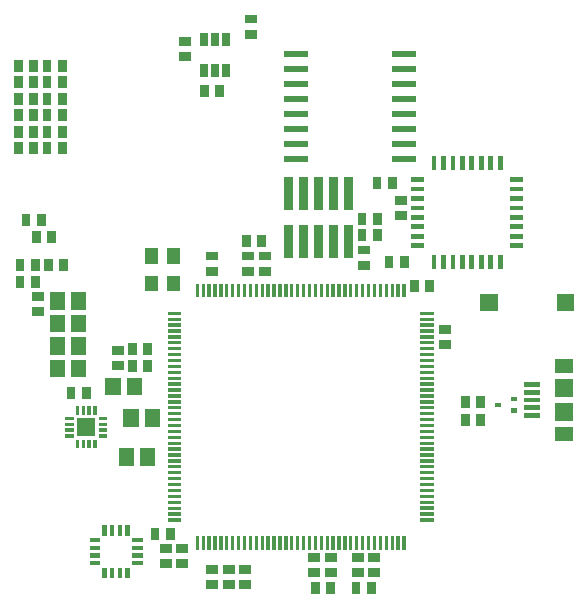
<source format=gbr>
G04 start of page 12 for group -4015 idx -4015 *
G04 Title: receiver, toppaste *
G04 Creator: pcb 20140316 *
G04 CreationDate: Tue 02 Jan 2018 12:34:38 AM GMT UTC *
G04 For: brian *
G04 Format: Gerber/RS-274X *
G04 PCB-Dimensions (mil): 6000.00 5000.00 *
G04 PCB-Coordinate-Origin: lower left *
%MOIN*%
%FSLAX25Y25*%
%LNTOPPASTE*%
%ADD167R,0.0280X0.0280*%
%ADD166R,0.0146X0.0146*%
%ADD165C,0.0001*%
%ADD164R,0.0110X0.0110*%
%ADD163R,0.0512X0.0512*%
%ADD162R,0.0200X0.0200*%
%ADD161R,0.0551X0.0551*%
%ADD160R,0.0157X0.0157*%
%ADD159R,0.0413X0.0413*%
%ADD158R,0.0591X0.0591*%
%ADD157R,0.0472X0.0472*%
%ADD156R,0.0157X0.0157*%
%ADD155R,0.0140X0.0140*%
%ADD154R,0.0290X0.0290*%
%ADD153R,0.0295X0.0295*%
G54D153*X319941Y140492D02*Y139508D01*
X325059Y140492D02*Y139508D01*
X323508Y155441D02*X324492D01*
X323508Y160559D02*X324492D01*
X316059Y154992D02*Y154008D01*
X310941Y154992D02*Y154008D01*
X311008Y138941D02*X311992D01*
X311008Y144059D02*X311992D01*
X310941Y149492D02*Y148508D01*
X316059Y149492D02*Y148508D01*
G54D154*X306500Y167050D02*Y158950D01*
X301500Y167050D02*Y158950D01*
X296500Y167050D02*Y158950D01*
X291500Y167050D02*Y158950D01*
X286500Y167050D02*Y158950D01*
X306500Y151050D02*Y142950D01*
X301500Y151050D02*Y142950D01*
X296500Y151050D02*Y142950D01*
X291500Y151050D02*Y142950D01*
X286500Y151050D02*Y142950D01*
G54D155*X361250Y94469D02*X361848D01*
X361250Y90531D02*X361848D01*
X356152Y92500D02*X356750D01*
G54D156*X365791Y88882D02*X369531D01*
X365791Y91441D02*X369531D01*
X365791Y94000D02*X369531D01*
X365791Y96559D02*X369531D01*
X365791Y99118D02*X369531D01*
G54D157*X377602Y105417D02*X378980D01*
X377602Y82583D02*X378980D01*
G54D158*X378193Y97937D02*X378390D01*
X378193Y90063D02*X378390D01*
G54D153*X350559Y93992D02*Y93008D01*
X345441Y93992D02*Y93008D01*
X350559Y87992D02*Y87008D01*
X345441Y87992D02*Y87008D01*
X260508Y136941D02*X261492D01*
X260508Y142059D02*X261492D01*
G54D159*X248142Y142520D02*Y141535D01*
Y133465D02*Y132480D01*
X240858Y133465D02*Y132480D01*
Y142520D02*Y141535D01*
G54D153*X315941Y166992D02*Y166008D01*
X321059Y166992D02*Y166008D01*
X333559Y132492D02*Y131508D01*
X328441Y132492D02*Y131508D01*
X338008Y112441D02*X338992D01*
X338008Y117559D02*X338992D01*
G54D160*X357023Y174492D02*Y171566D01*
X353874Y174492D02*Y171566D01*
X350724Y174492D02*Y171566D01*
X347575Y174492D02*Y171566D01*
X344425Y174492D02*Y171566D01*
X341275Y174492D02*Y171566D01*
X338126Y174492D02*Y171566D01*
X334976Y174492D02*Y171566D01*
X328008Y167523D02*X330934D01*
X328008Y164374D02*X330934D01*
X328008Y161224D02*X330934D01*
X328008Y158075D02*X330934D01*
X328008Y154925D02*X330934D01*
X328008Y151775D02*X330934D01*
X328008Y148626D02*X330934D01*
X328008Y145476D02*X330934D01*
X334977Y141434D02*Y138508D01*
X338126Y141434D02*Y138508D01*
X341276Y141434D02*Y138508D01*
X344425Y141434D02*Y138508D01*
X347575Y141434D02*Y138508D01*
X350725Y141434D02*Y138508D01*
X353874Y141434D02*Y138508D01*
X357024Y141434D02*Y138508D01*
X361066Y145477D02*X363992D01*
X361066Y148626D02*X363992D01*
X361066Y151776D02*X363992D01*
X361066Y154925D02*X363992D01*
X361066Y158075D02*X363992D01*
X361066Y161225D02*X363992D01*
X361066Y164374D02*X363992D01*
X361066Y167524D02*X363992D01*
G54D161*X353008Y126500D02*X353402D01*
X378598D02*X378992D01*
G54D153*X273508Y221059D02*X274492D01*
X273508Y215941D02*X274492D01*
X251508Y213559D02*X252492D01*
X251508Y208441D02*X252492D01*
G54D162*X286000Y209500D02*X292000D01*
X286000Y204500D02*X292000D01*
X286000Y199500D02*X292000D01*
X286000Y194500D02*X292000D01*
X286000Y189500D02*X292000D01*
X286000Y184500D02*X292000D01*
X286000Y179500D02*X292000D01*
X286000Y174500D02*X292000D01*
X322000D02*X328000D01*
X322000Y179500D02*X328000D01*
X322000Y184500D02*X328000D01*
X322000Y189500D02*X328000D01*
X322000Y194500D02*X328000D01*
X322000Y199500D02*X328000D01*
X322000Y204500D02*X328000D01*
X322000Y209500D02*X328000D01*
G54D163*X233957Y88393D02*Y87607D01*
X241043Y88393D02*Y87607D01*
X239543Y75393D02*Y74607D01*
X232457Y75393D02*Y74607D01*
G54D153*X213941Y96992D02*Y96008D01*
X219059Y96992D02*Y96008D01*
G54D164*X223685Y82048D02*X225338D01*
X223685Y84016D02*X225338D01*
X223685Y85984D02*X225338D01*
X223685Y87952D02*X225338D01*
X221952Y91338D02*Y89685D01*
X219984Y91338D02*Y89685D01*
X218016Y91338D02*Y89685D01*
X216048Y91338D02*Y89685D01*
X212662Y87952D02*X214315D01*
X212662Y85984D02*X214315D01*
X212662Y84016D02*X214315D01*
X212662Y82048D02*X214315D01*
X216048Y80315D02*Y78662D01*
X218016Y80315D02*Y78662D01*
X219984Y80315D02*Y78662D01*
X221952Y80315D02*Y78662D01*
G54D165*G36*
X216048Y87952D02*Y82048D01*
X221952D01*
Y87952D01*
X216048D01*
G37*
G54D163*X235043Y98893D02*Y98107D01*
X227957Y98893D02*Y98107D01*
G54D153*X250508Y44559D02*X251492D01*
X250508Y39441D02*X251492D01*
X241941Y49992D02*Y49008D01*
X247059Y49992D02*Y49008D01*
X245008Y44559D02*X245992D01*
X245008Y39441D02*X245992D01*
G54D166*X232838Y51629D02*Y49543D01*
X230279Y51629D02*Y49543D01*
X227721Y51629D02*Y49543D01*
X225162Y51629D02*Y49543D01*
X220871Y47338D02*X222957D01*
X220871Y44779D02*X222957D01*
X220871Y42221D02*X222957D01*
X220871Y39662D02*X222957D01*
X225162Y37457D02*Y35371D01*
X227721Y37457D02*Y35371D01*
X230279Y37457D02*Y35371D01*
X232838Y37457D02*Y35371D01*
X235043Y39662D02*X237129D01*
X235043Y42221D02*X237129D01*
X235043Y44779D02*X237129D01*
X235043Y47338D02*X237129D01*
G54D153*X263559Y197492D02*Y196508D01*
X258441Y197492D02*Y196508D01*
G54D167*X265700Y214900D02*Y213300D01*
X262000Y214900D02*Y213300D01*
X258300Y214900D02*Y213300D01*
Y204700D02*Y203100D01*
X262000Y204700D02*Y203100D01*
X265700Y204700D02*Y203100D01*
G54D153*X260508Y37559D02*X261492D01*
X260508Y32441D02*X261492D01*
X266008Y37559D02*X266992D01*
X266008Y32441D02*X266992D01*
X271508D02*X272492D01*
X271508Y37559D02*X272492D01*
X294508Y41559D02*X295492D01*
X294508Y36441D02*X295492D01*
X300008Y41559D02*X300992D01*
X300008Y36441D02*X300992D01*
X295441Y31992D02*Y31008D01*
X300559Y31992D02*Y31008D01*
X309008Y41559D02*X309992D01*
X309008Y36441D02*X309992D01*
X314508Y41559D02*X315492D01*
X314508Y36441D02*X315492D01*
X308941Y31992D02*Y31008D01*
X314059Y31992D02*Y31008D01*
X272508Y136941D02*X273492D01*
X272508Y142059D02*X273492D01*
X278008Y136941D02*X278992D01*
X278008Y142059D02*X278992D01*
X272441Y147492D02*Y146508D01*
X277559Y147492D02*Y146508D01*
X205941Y205992D02*Y205008D01*
X211059Y205992D02*Y205008D01*
X205941Y200492D02*Y199508D01*
X211059Y200492D02*Y199508D01*
X205941Y194992D02*Y194008D01*
X211059Y194992D02*Y194008D01*
X205941Y189492D02*Y188508D01*
X211059Y189492D02*Y188508D01*
X205941Y178492D02*Y177508D01*
X211059Y178492D02*Y177508D01*
X205941Y183992D02*Y183008D01*
X211059Y183992D02*Y183008D01*
X201559Y205992D02*Y205008D01*
X196441Y205992D02*Y205008D01*
X201559Y200492D02*Y199508D01*
X196441Y200492D02*Y199508D01*
X201559Y194992D02*Y194008D01*
X196441Y194992D02*Y194008D01*
X201559Y189492D02*Y188508D01*
X196441Y189492D02*Y188508D01*
X201559Y183992D02*Y183008D01*
X196441Y183992D02*Y183008D01*
X201559Y178492D02*Y177508D01*
X196441Y178492D02*Y177508D01*
G54D163*X216543Y104893D02*Y104107D01*
X209457Y104893D02*Y104107D01*
X216543Y112393D02*Y111607D01*
X209457Y112393D02*Y111607D01*
X216543Y119893D02*Y119107D01*
X209457Y119893D02*Y119107D01*
X216543Y127393D02*Y126607D01*
X209457Y127393D02*Y126607D01*
G54D153*X202508Y128559D02*X203492D01*
X202508Y123441D02*X203492D01*
X202059Y139492D02*Y138508D01*
X196941Y139492D02*Y138508D01*
X206441Y139492D02*Y138508D01*
X211559Y139492D02*Y138508D01*
X202059Y133992D02*Y133008D01*
X196941Y133992D02*Y133008D01*
X207559Y148992D02*Y148008D01*
X202441Y148992D02*Y148008D01*
X204059Y154492D02*Y153508D01*
X198941Y154492D02*Y153508D01*
X239559Y111492D02*Y110508D01*
X234441Y111492D02*Y110508D01*
X239559Y105992D02*Y105008D01*
X234441Y105992D02*Y105008D01*
X229008Y110559D02*X229992D01*
X229008Y105441D02*X229992D01*
G54D164*X330921Y54052D02*X334319D01*
X330921Y56020D02*X334319D01*
X330921Y57989D02*X334319D01*
X330921Y59957D02*X334319D01*
X330921Y61926D02*X334319D01*
X330921Y63894D02*X334319D01*
X330921Y65863D02*X334319D01*
X330921Y67831D02*X334319D01*
X330921Y69800D02*X334319D01*
X330921Y71768D02*X334319D01*
X330921Y73737D02*X334319D01*
X330921Y75705D02*X334319D01*
X330921Y77674D02*X334319D01*
X330921Y79642D02*X334319D01*
X330921Y81611D02*X334319D01*
X330921Y83579D02*X334319D01*
X330921Y85548D02*X334319D01*
X330921Y87516D02*X334319D01*
X330921Y89485D02*X334319D01*
X330921Y91453D02*X334319D01*
X330921Y93422D02*X334319D01*
X330921Y95390D02*X334319D01*
X330921Y97359D02*X334319D01*
X330921Y99327D02*X334319D01*
X330921Y101296D02*X334319D01*
X330921Y103264D02*X334319D01*
X330921Y105233D02*X334319D01*
X330921Y107201D02*X334319D01*
X330921Y109170D02*X334319D01*
X330921Y111138D02*X334319D01*
X330921Y113107D02*X334319D01*
X330921Y115075D02*X334319D01*
X330921Y117044D02*X334319D01*
X330921Y119012D02*X334319D01*
X330921Y120981D02*X334319D01*
X330921Y122949D02*X334319D01*
X324948Y132319D02*Y128921D01*
X322980Y132319D02*Y128921D01*
X321011Y132319D02*Y128921D01*
X319043Y132319D02*Y128921D01*
X317074Y132319D02*Y128921D01*
X315106Y132319D02*Y128921D01*
X313137Y132319D02*Y128921D01*
X311169Y132319D02*Y128921D01*
X309200Y132319D02*Y128921D01*
X307232Y132319D02*Y128921D01*
X305263Y132319D02*Y128921D01*
X303295Y132319D02*Y128921D01*
X301326Y132319D02*Y128921D01*
X299358Y132319D02*Y128921D01*
X297389Y132319D02*Y128921D01*
X295421Y132319D02*Y128921D01*
X293452Y132319D02*Y128921D01*
X291484Y132319D02*Y128921D01*
X289515Y132319D02*Y128921D01*
X287547Y132319D02*Y128921D01*
X285578Y132319D02*Y128921D01*
X283610Y132319D02*Y128921D01*
X281641Y132319D02*Y128921D01*
X279673Y132319D02*Y128921D01*
X277704Y132319D02*Y128921D01*
X275736Y132319D02*Y128921D01*
X273767Y132319D02*Y128921D01*
X271799Y132319D02*Y128921D01*
X269830Y132319D02*Y128921D01*
X267862Y132319D02*Y128921D01*
X265893Y132319D02*Y128921D01*
X263925Y132319D02*Y128921D01*
X261956Y132319D02*Y128921D01*
X259988Y132319D02*Y128921D01*
X258019Y132319D02*Y128921D01*
X256051Y132319D02*Y128921D01*
X246681Y122948D02*X250079D01*
X246681Y120980D02*X250079D01*
X246681Y119011D02*X250079D01*
X246681Y117043D02*X250079D01*
X246681Y115074D02*X250079D01*
X246681Y113106D02*X250079D01*
X246681Y111137D02*X250079D01*
X246681Y109169D02*X250079D01*
X246681Y107200D02*X250079D01*
X246681Y105232D02*X250079D01*
X246681Y103263D02*X250079D01*
X246681Y101295D02*X250079D01*
X246681Y99326D02*X250079D01*
X246681Y97358D02*X250079D01*
X246681Y95389D02*X250079D01*
X246681Y93421D02*X250079D01*
X246681Y91452D02*X250079D01*
X246681Y89484D02*X250079D01*
X246681Y87515D02*X250079D01*
X246681Y85547D02*X250079D01*
X246681Y83578D02*X250079D01*
X246681Y81610D02*X250079D01*
X246681Y79641D02*X250079D01*
X246681Y77673D02*X250079D01*
X246681Y75704D02*X250079D01*
X246681Y73736D02*X250079D01*
X246681Y71767D02*X250079D01*
X246681Y69799D02*X250079D01*
X246681Y67830D02*X250079D01*
X246681Y65862D02*X250079D01*
X246681Y63893D02*X250079D01*
X246681Y61925D02*X250079D01*
X246681Y59956D02*X250079D01*
X246681Y57988D02*X250079D01*
X246681Y56019D02*X250079D01*
X246681Y54051D02*X250079D01*
X256052Y48079D02*Y44681D01*
X258020Y48079D02*Y44681D01*
X259989Y48079D02*Y44681D01*
X261957Y48079D02*Y44681D01*
X263926Y48079D02*Y44681D01*
X265894Y48079D02*Y44681D01*
X267863Y48079D02*Y44681D01*
X269831Y48079D02*Y44681D01*
X271800Y48079D02*Y44681D01*
X273768Y48079D02*Y44681D01*
X275737Y48079D02*Y44681D01*
X277705Y48079D02*Y44681D01*
X279674Y48079D02*Y44681D01*
X281642Y48079D02*Y44681D01*
X283611Y48079D02*Y44681D01*
X285579Y48079D02*Y44681D01*
X287548Y48079D02*Y44681D01*
X289516Y48079D02*Y44681D01*
X291485Y48079D02*Y44681D01*
X293453Y48079D02*Y44681D01*
X295422Y48079D02*Y44681D01*
X297390Y48079D02*Y44681D01*
X299359Y48079D02*Y44681D01*
X301327Y48079D02*Y44681D01*
X303296Y48079D02*Y44681D01*
X305264Y48079D02*Y44681D01*
X307233Y48079D02*Y44681D01*
X309201Y48079D02*Y44681D01*
X311170Y48079D02*Y44681D01*
X313138Y48079D02*Y44681D01*
X315107Y48079D02*Y44681D01*
X317075Y48079D02*Y44681D01*
X319044Y48079D02*Y44681D01*
X321012Y48079D02*Y44681D01*
X322981Y48079D02*Y44681D01*
X324949Y48079D02*Y44681D01*
M02*

</source>
